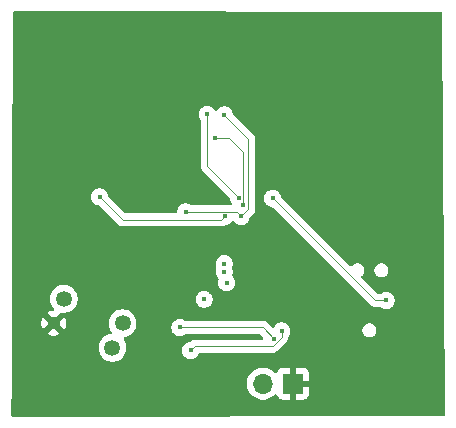
<source format=gbr>
%TF.GenerationSoftware,KiCad,Pcbnew,9.0.0*%
%TF.CreationDate,2025-04-02T00:09:28-04:00*%
%TF.ProjectId,IngestibleCapsule-Board_whole,496e6765-7374-4696-926c-654361707375,rev?*%
%TF.SameCoordinates,Original*%
%TF.FileFunction,Copper,L2,Bot*%
%TF.FilePolarity,Positive*%
%FSLAX46Y46*%
G04 Gerber Fmt 4.6, Leading zero omitted, Abs format (unit mm)*
G04 Created by KiCad (PCBNEW 9.0.0) date 2025-04-02 00:09:28*
%MOMM*%
%LPD*%
G01*
G04 APERTURE LIST*
%TA.AperFunction,ComponentPad*%
%ADD10R,1.700000X1.700000*%
%TD*%
%TA.AperFunction,ComponentPad*%
%ADD11O,1.700000X1.700000*%
%TD*%
%TA.AperFunction,ComponentPad*%
%ADD12C,1.350000*%
%TD*%
%TA.AperFunction,ComponentPad*%
%ADD13C,1.100000*%
%TD*%
%TA.AperFunction,ViaPad*%
%ADD14C,0.450000*%
%TD*%
%TA.AperFunction,Conductor*%
%ADD15C,0.100000*%
%TD*%
G04 APERTURE END LIST*
D10*
%TO.P,J2,1,Pin_1*%
%TO.N,GND*%
X72825000Y-99550000D03*
D11*
%TO.P,J2,2,Pin_2*%
%TO.N,+3.3V*%
X70285000Y-99550000D03*
%TD*%
D12*
%TO.P,U2,1,SDA*%
%TO.N,/Processor/I2C_SDA*%
X58392500Y-94450000D03*
%TO.P,U2,2,VDD*%
%TO.N,+3.3V*%
X53407500Y-92385000D03*
D13*
%TO.P,U2,3,GND*%
%TO.N,GND*%
X52552500Y-94450000D03*
D12*
%TO.P,U2,4,SCL*%
%TO.N,/Processor/I2C_SCL*%
X57537500Y-96515000D03*
%TD*%
D14*
%TO.N,+3.3V*%
X67000000Y-90100000D03*
X67200000Y-91000000D03*
X67000000Y-89400000D03*
X65300000Y-92400000D03*
%TO.N,GND*%
X58500000Y-69000000D03*
X64050000Y-90400000D03*
X69300000Y-86350000D03*
X65650000Y-98800000D03*
X73950000Y-91050000D03*
X51300000Y-69000000D03*
X68600000Y-70600000D03*
X71000000Y-91100000D03*
X65893960Y-91760513D03*
X77600000Y-69000000D03*
X72600000Y-91100000D03*
X66589401Y-72729328D03*
X67484915Y-73640735D03*
X65400000Y-70700000D03*
X57600000Y-69000000D03*
X63050000Y-79750000D03*
X78500000Y-69000000D03*
X52200000Y-69000000D03*
X69800000Y-80650000D03*
X72550000Y-86350000D03*
X73950000Y-89500000D03*
X66544428Y-74580707D03*
X71050000Y-88050000D03*
X80000000Y-81500000D03*
X70450000Y-74500000D03*
X68600000Y-69000000D03*
X81100000Y-69000000D03*
X66500000Y-98800000D03*
X50400000Y-69000000D03*
X75800000Y-69000000D03*
X80050000Y-80250000D03*
X69800000Y-83600000D03*
X74900000Y-69000000D03*
X60300000Y-69000000D03*
X59400000Y-69000000D03*
X81650000Y-87950000D03*
X71300000Y-69000000D03*
X63800000Y-69000000D03*
X71850000Y-72000000D03*
X63950000Y-98800000D03*
X74325000Y-96587500D03*
X56700000Y-69000000D03*
X71000000Y-89550000D03*
X61700000Y-77250000D03*
X74037500Y-94950000D03*
X76700000Y-69000000D03*
X66800000Y-93700000D03*
X54000000Y-69000000D03*
X62900000Y-69000000D03*
X72600000Y-89550000D03*
X74000000Y-69000000D03*
X68335843Y-74565716D03*
X64700000Y-69000000D03*
X83800000Y-69000000D03*
X61250000Y-72550000D03*
X84700000Y-69500000D03*
X61600000Y-73800000D03*
X79300000Y-69000000D03*
X65600000Y-69000000D03*
X49800000Y-69400000D03*
X56350000Y-88400000D03*
X82000000Y-69000000D03*
X53100000Y-69000000D03*
X79950000Y-82650000D03*
X69500000Y-69000000D03*
X55800000Y-69000000D03*
X78900000Y-85950000D03*
X56450000Y-86300000D03*
X68425789Y-72729328D03*
X54900000Y-69000000D03*
X80650000Y-91250000D03*
X69350000Y-89550000D03*
X72900000Y-75600000D03*
X73250000Y-74500000D03*
X66300000Y-70700000D03*
X80200000Y-69000000D03*
X72650000Y-88050000D03*
X70950000Y-86350000D03*
X72200000Y-69000000D03*
X62000000Y-69000000D03*
X81750000Y-86800000D03*
X69400000Y-88050000D03*
X73000000Y-77900000D03*
X73100000Y-69000000D03*
X61100000Y-69000000D03*
X69350000Y-91100000D03*
X82900000Y-69000000D03*
X70400000Y-69000000D03*
%TO.N,/Processor/NRST*%
X71100000Y-83850000D03*
X80700000Y-92500000D03*
%TO.N,/Processor/I2C_SCL*%
X64150000Y-96750000D03*
X71880000Y-95100000D03*
%TO.N,/Processor/I2C_SDA*%
X71200000Y-95750000D03*
X63250000Y-94800000D03*
%TO.N,/Processor/RF_CS_OUT*%
X68600000Y-84450000D03*
X66225000Y-78725000D03*
%TO.N,/Memory/MEM_SCK*%
X68437500Y-85400000D03*
X63750000Y-85020000D03*
X67000000Y-76800000D03*
%TO.N,/Memory/MEM_MISO*%
X67025000Y-85400000D03*
X56450000Y-83750000D03*
%TO.N,/Processor/RF_IRQ_IN*%
X65550000Y-76750000D03*
X68225000Y-83800000D03*
%TD*%
D15*
%TO.N,/Processor/NRST*%
X71100000Y-83850000D02*
X79750000Y-92500000D01*
X79750000Y-92500000D02*
X80700000Y-92500000D01*
%TO.N,/Processor/I2C_SCL*%
X71107745Y-96374000D02*
X64526000Y-96374000D01*
X71880000Y-95100000D02*
X71880000Y-95601745D01*
X64526000Y-96374000D02*
X64150000Y-96750000D01*
X71880000Y-95601745D02*
X71107745Y-96374000D01*
%TO.N,/Processor/I2C_SDA*%
X71200000Y-95750000D02*
X70250000Y-94800000D01*
X70250000Y-94800000D02*
X63250000Y-94800000D01*
%TO.N,/Processor/RF_CS_OUT*%
X68600000Y-84450000D02*
X68600000Y-79950000D01*
X68600000Y-79950000D02*
X67375000Y-78725000D01*
X67375000Y-78725000D02*
X66225000Y-78725000D01*
%TO.N,/Memory/MEM_SCK*%
X68437500Y-85400000D02*
X69050000Y-84787500D01*
X68057500Y-85020000D02*
X63750000Y-85020000D01*
X69050000Y-84787500D02*
X69050000Y-78850000D01*
X69050000Y-78850000D02*
X67000000Y-76800000D01*
X68437500Y-85400000D02*
X68057500Y-85020000D01*
%TO.N,/Memory/MEM_MISO*%
X56450000Y-83750000D02*
X58400000Y-85700000D01*
X66725000Y-85700000D02*
X67025000Y-85400000D01*
X58400000Y-85700000D02*
X66725000Y-85700000D01*
%TO.N,/Processor/RF_IRQ_IN*%
X65550000Y-81125000D02*
X68225000Y-83800000D01*
X65550000Y-76750000D02*
X65550000Y-81125000D01*
%TD*%
%TA.AperFunction,Conductor*%
%TO.N,GND*%
G36*
X85349295Y-68094994D02*
G01*
X85416279Y-68114863D01*
X85461888Y-68167793D01*
X85472951Y-68218229D01*
X85682561Y-102175060D01*
X85663290Y-102242219D01*
X85610770Y-102288299D01*
X85558901Y-102299825D01*
X49108049Y-102399146D01*
X49040956Y-102379644D01*
X48995057Y-102326965D01*
X48983712Y-102274768D01*
X48992396Y-99443713D01*
X68934500Y-99443713D01*
X68934500Y-99656286D01*
X68967753Y-99866239D01*
X69033444Y-100068414D01*
X69129951Y-100257820D01*
X69254890Y-100429786D01*
X69405213Y-100580109D01*
X69577179Y-100705048D01*
X69577181Y-100705049D01*
X69577184Y-100705051D01*
X69766588Y-100801557D01*
X69968757Y-100867246D01*
X70178713Y-100900500D01*
X70178714Y-100900500D01*
X70391286Y-100900500D01*
X70391287Y-100900500D01*
X70601243Y-100867246D01*
X70803412Y-100801557D01*
X70992816Y-100705051D01*
X71079478Y-100642088D01*
X71164784Y-100580110D01*
X71164784Y-100580109D01*
X71164792Y-100580104D01*
X71278717Y-100466178D01*
X71340036Y-100432696D01*
X71409728Y-100437680D01*
X71465662Y-100479551D01*
X71482577Y-100510528D01*
X71531646Y-100642088D01*
X71531649Y-100642093D01*
X71617809Y-100757187D01*
X71617812Y-100757190D01*
X71732906Y-100843350D01*
X71732913Y-100843354D01*
X71867620Y-100893596D01*
X71867627Y-100893598D01*
X71927155Y-100899999D01*
X71927172Y-100900000D01*
X72575000Y-100900000D01*
X72575000Y-99983012D01*
X72632007Y-100015925D01*
X72759174Y-100050000D01*
X72890826Y-100050000D01*
X73017993Y-100015925D01*
X73075000Y-99983012D01*
X73075000Y-100900000D01*
X73722828Y-100900000D01*
X73722844Y-100899999D01*
X73782372Y-100893598D01*
X73782379Y-100893596D01*
X73917086Y-100843354D01*
X73917093Y-100843350D01*
X74032187Y-100757190D01*
X74032190Y-100757187D01*
X74118350Y-100642093D01*
X74118354Y-100642086D01*
X74168596Y-100507379D01*
X74168598Y-100507372D01*
X74174999Y-100447844D01*
X74175000Y-100447827D01*
X74175000Y-99800000D01*
X73258012Y-99800000D01*
X73290925Y-99742993D01*
X73325000Y-99615826D01*
X73325000Y-99484174D01*
X73290925Y-99357007D01*
X73258012Y-99300000D01*
X74175000Y-99300000D01*
X74175000Y-98652172D01*
X74174999Y-98652155D01*
X74168598Y-98592627D01*
X74168596Y-98592620D01*
X74118354Y-98457913D01*
X74118350Y-98457906D01*
X74032190Y-98342812D01*
X74032187Y-98342809D01*
X73917093Y-98256649D01*
X73917086Y-98256645D01*
X73782379Y-98206403D01*
X73782372Y-98206401D01*
X73722844Y-98200000D01*
X73075000Y-98200000D01*
X73075000Y-99116988D01*
X73017993Y-99084075D01*
X72890826Y-99050000D01*
X72759174Y-99050000D01*
X72632007Y-99084075D01*
X72575000Y-99116988D01*
X72575000Y-98200000D01*
X71927155Y-98200000D01*
X71867627Y-98206401D01*
X71867620Y-98206403D01*
X71732913Y-98256645D01*
X71732906Y-98256649D01*
X71617812Y-98342809D01*
X71617809Y-98342812D01*
X71531649Y-98457906D01*
X71531646Y-98457912D01*
X71482577Y-98589471D01*
X71440705Y-98645404D01*
X71375241Y-98669821D01*
X71306968Y-98654969D01*
X71278714Y-98633818D01*
X71164786Y-98519890D01*
X70992820Y-98394951D01*
X70803414Y-98298444D01*
X70803413Y-98298443D01*
X70803412Y-98298443D01*
X70601243Y-98232754D01*
X70601241Y-98232753D01*
X70601240Y-98232753D01*
X70439957Y-98207208D01*
X70391287Y-98199500D01*
X70178713Y-98199500D01*
X70130042Y-98207208D01*
X69968760Y-98232753D01*
X69766585Y-98298444D01*
X69577179Y-98394951D01*
X69405213Y-98519890D01*
X69254890Y-98670213D01*
X69129951Y-98842179D01*
X69033444Y-99031585D01*
X68967753Y-99233760D01*
X68934500Y-99443713D01*
X48992396Y-99443713D01*
X49001664Y-96422486D01*
X56362000Y-96422486D01*
X56362000Y-96607513D01*
X56390945Y-96790265D01*
X56448119Y-96966232D01*
X56448120Y-96966235D01*
X56513042Y-97093649D01*
X56532122Y-97131096D01*
X56640879Y-97280787D01*
X56771713Y-97411621D01*
X56921404Y-97520378D01*
X57002263Y-97561577D01*
X57086264Y-97604379D01*
X57086267Y-97604380D01*
X57174250Y-97632967D01*
X57262236Y-97661555D01*
X57444986Y-97690500D01*
X57444987Y-97690500D01*
X57630013Y-97690500D01*
X57630014Y-97690500D01*
X57812764Y-97661555D01*
X57988735Y-97604379D01*
X58153596Y-97520378D01*
X58303287Y-97411621D01*
X58434121Y-97280787D01*
X58542878Y-97131096D01*
X58626879Y-96966235D01*
X58684055Y-96790264D01*
X58713000Y-96607514D01*
X58713000Y-96422486D01*
X58684055Y-96239736D01*
X58626879Y-96063765D01*
X58626879Y-96063764D01*
X58542875Y-95898899D01*
X58477704Y-95809200D01*
X58454223Y-95743394D01*
X58470048Y-95675340D01*
X58520153Y-95626645D01*
X58558622Y-95613841D01*
X58667764Y-95596555D01*
X58843735Y-95539379D01*
X59008596Y-95455378D01*
X59158287Y-95346621D01*
X59289121Y-95215787D01*
X59397878Y-95066096D01*
X59481879Y-94901235D01*
X59491554Y-94871457D01*
X62524499Y-94871457D01*
X62552379Y-95011614D01*
X62552381Y-95011620D01*
X62607069Y-95143650D01*
X62607074Y-95143659D01*
X62686467Y-95262478D01*
X62686470Y-95262482D01*
X62787517Y-95363529D01*
X62787521Y-95363532D01*
X62906340Y-95442925D01*
X62906349Y-95442930D01*
X62908109Y-95443659D01*
X63038380Y-95497619D01*
X63038384Y-95497619D01*
X63038385Y-95497620D01*
X63178542Y-95525500D01*
X63178545Y-95525500D01*
X63321457Y-95525500D01*
X63415751Y-95506742D01*
X63461620Y-95497619D01*
X63593653Y-95442929D01*
X63700707Y-95371398D01*
X63767384Y-95350520D01*
X63769598Y-95350500D01*
X69970613Y-95350500D01*
X70037652Y-95370185D01*
X70058294Y-95386819D01*
X70283294Y-95611819D01*
X70316779Y-95673142D01*
X70311795Y-95742834D01*
X70269923Y-95798767D01*
X70204459Y-95823184D01*
X70195613Y-95823500D01*
X64453525Y-95823500D01*
X64348517Y-95851637D01*
X64313514Y-95861016D01*
X64187986Y-95933488D01*
X64128149Y-95993326D01*
X64066825Y-96026810D01*
X64064660Y-96027261D01*
X63938385Y-96052379D01*
X63938379Y-96052381D01*
X63806349Y-96107069D01*
X63806340Y-96107074D01*
X63687521Y-96186467D01*
X63687517Y-96186470D01*
X63586470Y-96287517D01*
X63586467Y-96287521D01*
X63507074Y-96406340D01*
X63507069Y-96406349D01*
X63452381Y-96538379D01*
X63452379Y-96538385D01*
X63424500Y-96678542D01*
X63424500Y-96678545D01*
X63424500Y-96821455D01*
X63424500Y-96821457D01*
X63424499Y-96821457D01*
X63452379Y-96961614D01*
X63452381Y-96961620D01*
X63507069Y-97093650D01*
X63507074Y-97093659D01*
X63586467Y-97212478D01*
X63586470Y-97212482D01*
X63687517Y-97313529D01*
X63687521Y-97313532D01*
X63806340Y-97392925D01*
X63806346Y-97392928D01*
X63806347Y-97392929D01*
X63938380Y-97447619D01*
X63938384Y-97447619D01*
X63938385Y-97447620D01*
X64078542Y-97475500D01*
X64078545Y-97475500D01*
X64221457Y-97475500D01*
X64315751Y-97456742D01*
X64361620Y-97447619D01*
X64493653Y-97392929D01*
X64612479Y-97313532D01*
X64713532Y-97212479D01*
X64792929Y-97093653D01*
X64831288Y-97001047D01*
X64875129Y-96946644D01*
X64941423Y-96924579D01*
X64945849Y-96924500D01*
X71180217Y-96924500D01*
X71180219Y-96924500D01*
X71180220Y-96924500D01*
X71320230Y-96886984D01*
X71445760Y-96814510D01*
X72320509Y-95939760D01*
X72392984Y-95814230D01*
X72394332Y-95809200D01*
X72403042Y-95776697D01*
X72413091Y-95739187D01*
X72430500Y-95674220D01*
X72430500Y-95619598D01*
X72450185Y-95552559D01*
X72451398Y-95550707D01*
X72522925Y-95443659D01*
X72522925Y-95443658D01*
X72522929Y-95443653D01*
X72577619Y-95311620D01*
X72587394Y-95262478D01*
X72605500Y-95171457D01*
X72605500Y-95028542D01*
X72597361Y-94987626D01*
X72594165Y-94971561D01*
X78691700Y-94971561D01*
X78691700Y-95128439D01*
X78732303Y-95279970D01*
X78810741Y-95415830D01*
X78921670Y-95526759D01*
X79057530Y-95605197D01*
X79209061Y-95645800D01*
X79209064Y-95645800D01*
X79365936Y-95645800D01*
X79365939Y-95645800D01*
X79517470Y-95605197D01*
X79653330Y-95526759D01*
X79764259Y-95415830D01*
X79842697Y-95279970D01*
X79883300Y-95128439D01*
X79883300Y-94971561D01*
X79842697Y-94820030D01*
X79764259Y-94684170D01*
X79653330Y-94573241D01*
X79517470Y-94494803D01*
X79517471Y-94494803D01*
X79479587Y-94484652D01*
X79365939Y-94454200D01*
X79209061Y-94454200D01*
X79095412Y-94484652D01*
X79057529Y-94494803D01*
X78921671Y-94573240D01*
X78921668Y-94573242D01*
X78810742Y-94684168D01*
X78810740Y-94684171D01*
X78732303Y-94820029D01*
X78732303Y-94820030D01*
X78691700Y-94971561D01*
X72594165Y-94971561D01*
X72577620Y-94888385D01*
X72577619Y-94888384D01*
X72577619Y-94888380D01*
X72522929Y-94756347D01*
X72522928Y-94756346D01*
X72522925Y-94756340D01*
X72443532Y-94637521D01*
X72443529Y-94637517D01*
X72342482Y-94536470D01*
X72342478Y-94536467D01*
X72223659Y-94457074D01*
X72223650Y-94457069D01*
X72091620Y-94402381D01*
X72091614Y-94402379D01*
X71951457Y-94374500D01*
X71951455Y-94374500D01*
X71808545Y-94374500D01*
X71808543Y-94374500D01*
X71668385Y-94402379D01*
X71668379Y-94402381D01*
X71536349Y-94457069D01*
X71536340Y-94457074D01*
X71417521Y-94536467D01*
X71417517Y-94536470D01*
X71316470Y-94637517D01*
X71316467Y-94637521D01*
X71237074Y-94756340D01*
X71237069Y-94756349D01*
X71234220Y-94763229D01*
X71190377Y-94817631D01*
X71124082Y-94839694D01*
X71056383Y-94822413D01*
X71031979Y-94803454D01*
X70588016Y-94359491D01*
X70588015Y-94359490D01*
X70462485Y-94287016D01*
X70462486Y-94287016D01*
X70427482Y-94277637D01*
X70322475Y-94249500D01*
X70322472Y-94249500D01*
X63769598Y-94249500D01*
X63702559Y-94229815D01*
X63700707Y-94228602D01*
X63593659Y-94157074D01*
X63593650Y-94157069D01*
X63461620Y-94102381D01*
X63461614Y-94102379D01*
X63321457Y-94074500D01*
X63321455Y-94074500D01*
X63178545Y-94074500D01*
X63178543Y-94074500D01*
X63038385Y-94102379D01*
X63038379Y-94102381D01*
X62906349Y-94157069D01*
X62906340Y-94157074D01*
X62787521Y-94236467D01*
X62787517Y-94236470D01*
X62686470Y-94337517D01*
X62686467Y-94337521D01*
X62607074Y-94456340D01*
X62607069Y-94456349D01*
X62552381Y-94588379D01*
X62552379Y-94588385D01*
X62524500Y-94728542D01*
X62524500Y-94728545D01*
X62524500Y-94871455D01*
X62524500Y-94871457D01*
X62524499Y-94871457D01*
X59491554Y-94871457D01*
X59539055Y-94725264D01*
X59568000Y-94542514D01*
X59568000Y-94357486D01*
X59539055Y-94174736D01*
X59481879Y-93998765D01*
X59481879Y-93998764D01*
X59397877Y-93833903D01*
X59289121Y-93684213D01*
X59158287Y-93553379D01*
X59008596Y-93444622D01*
X59000208Y-93440348D01*
X58843735Y-93360620D01*
X58843732Y-93360619D01*
X58667765Y-93303445D01*
X58576389Y-93288972D01*
X58485014Y-93274500D01*
X58299986Y-93274500D01*
X58255045Y-93281618D01*
X58117234Y-93303445D01*
X57941267Y-93360619D01*
X57941264Y-93360620D01*
X57776403Y-93444622D01*
X57690999Y-93506672D01*
X57626713Y-93553379D01*
X57626711Y-93553381D01*
X57626710Y-93553381D01*
X57495881Y-93684210D01*
X57495881Y-93684211D01*
X57495879Y-93684213D01*
X57449172Y-93748499D01*
X57387122Y-93833903D01*
X57303120Y-93998764D01*
X57303119Y-93998767D01*
X57245945Y-94174734D01*
X57217000Y-94357486D01*
X57217000Y-94542513D01*
X57245945Y-94725265D01*
X57303119Y-94901232D01*
X57303120Y-94901235D01*
X57359362Y-95011614D01*
X57387122Y-95066096D01*
X57452296Y-95155801D01*
X57475776Y-95221605D01*
X57459951Y-95289659D01*
X57409845Y-95338354D01*
X57371377Y-95351158D01*
X57262234Y-95368445D01*
X57086267Y-95425619D01*
X57086264Y-95425620D01*
X56921403Y-95509622D01*
X56864855Y-95550707D01*
X56771713Y-95618379D01*
X56771711Y-95618381D01*
X56771710Y-95618381D01*
X56640881Y-95749210D01*
X56640881Y-95749211D01*
X56640879Y-95749213D01*
X56620911Y-95776697D01*
X56532122Y-95898903D01*
X56448120Y-96063764D01*
X56448119Y-96063767D01*
X56390945Y-96239734D01*
X56362000Y-96422486D01*
X49001664Y-96422486D01*
X49004958Y-95348620D01*
X52007431Y-95348620D01*
X52007432Y-95348621D01*
X52055133Y-95380495D01*
X52055139Y-95380498D01*
X52246225Y-95459649D01*
X52246233Y-95459651D01*
X52449079Y-95499999D01*
X52449083Y-95500000D01*
X52655917Y-95500000D01*
X52655920Y-95499999D01*
X52858766Y-95459651D01*
X52858774Y-95459649D01*
X53049866Y-95380495D01*
X53097566Y-95348621D01*
X53097567Y-95348620D01*
X52552501Y-94803554D01*
X52552500Y-94803554D01*
X52007431Y-95348620D01*
X49004958Y-95348620D01*
X49008032Y-94346579D01*
X51502500Y-94346579D01*
X51502500Y-94553420D01*
X51542848Y-94756266D01*
X51542850Y-94756274D01*
X51622000Y-94947359D01*
X51653877Y-94995067D01*
X51653878Y-94995067D01*
X52198946Y-94450000D01*
X52152868Y-94403922D01*
X52202500Y-94403922D01*
X52202500Y-94496078D01*
X52226352Y-94585095D01*
X52272430Y-94664905D01*
X52337595Y-94730070D01*
X52417405Y-94776148D01*
X52506422Y-94800000D01*
X52598578Y-94800000D01*
X52687595Y-94776148D01*
X52767405Y-94730070D01*
X52832570Y-94664905D01*
X52878648Y-94585095D01*
X52902500Y-94496078D01*
X52902500Y-94449999D01*
X52906054Y-94449999D01*
X52906054Y-94450001D01*
X53451120Y-94995067D01*
X53451121Y-94995066D01*
X53482995Y-94947366D01*
X53562149Y-94756274D01*
X53562151Y-94756266D01*
X53602499Y-94553420D01*
X53602500Y-94553417D01*
X53602500Y-94346583D01*
X53602499Y-94346579D01*
X53562151Y-94143733D01*
X53562149Y-94143725D01*
X53482998Y-93952639D01*
X53482995Y-93952633D01*
X53451121Y-93904932D01*
X53451120Y-93904931D01*
X52906054Y-94449999D01*
X52902500Y-94449999D01*
X52902500Y-94403922D01*
X52878648Y-94314905D01*
X52832570Y-94235095D01*
X52767405Y-94169930D01*
X52687595Y-94123852D01*
X52598578Y-94100000D01*
X52506422Y-94100000D01*
X52417405Y-94123852D01*
X52337595Y-94169930D01*
X52272430Y-94235095D01*
X52226352Y-94314905D01*
X52202500Y-94403922D01*
X52152868Y-94403922D01*
X51653878Y-93904932D01*
X51653877Y-93904932D01*
X51622005Y-93952631D01*
X51622000Y-93952641D01*
X51542850Y-94143725D01*
X51542848Y-94143733D01*
X51502500Y-94346579D01*
X49008032Y-94346579D01*
X49010471Y-93551377D01*
X52007432Y-93551377D01*
X52007432Y-93551378D01*
X52552500Y-94096446D01*
X52552501Y-94096446D01*
X53074744Y-93574200D01*
X53136067Y-93540715D01*
X53181818Y-93539408D01*
X53314986Y-93560500D01*
X53314988Y-93560500D01*
X53500013Y-93560500D01*
X53500014Y-93560500D01*
X53682764Y-93531555D01*
X53858735Y-93474379D01*
X54023596Y-93390378D01*
X54173287Y-93281621D01*
X54304121Y-93150787D01*
X54412878Y-93001096D01*
X54496879Y-92836235D01*
X54554055Y-92660264D01*
X54583000Y-92477514D01*
X54583000Y-92471457D01*
X64574499Y-92471457D01*
X64602379Y-92611614D01*
X64602381Y-92611620D01*
X64657069Y-92743650D01*
X64657074Y-92743659D01*
X64736467Y-92862478D01*
X64736470Y-92862482D01*
X64837517Y-92963529D01*
X64837521Y-92963532D01*
X64956340Y-93042925D01*
X64956346Y-93042928D01*
X64956347Y-93042929D01*
X65088380Y-93097619D01*
X65088384Y-93097619D01*
X65088385Y-93097620D01*
X65228542Y-93125500D01*
X65228545Y-93125500D01*
X65371457Y-93125500D01*
X65465751Y-93106742D01*
X65511620Y-93097619D01*
X65643653Y-93042929D01*
X65762479Y-92963532D01*
X65863532Y-92862479D01*
X65942929Y-92743653D01*
X65997619Y-92611620D01*
X66025500Y-92471455D01*
X66025500Y-92328545D01*
X66025500Y-92328542D01*
X65997620Y-92188385D01*
X65997619Y-92188384D01*
X65997619Y-92188380D01*
X65942929Y-92056347D01*
X65942928Y-92056346D01*
X65942925Y-92056340D01*
X65863532Y-91937521D01*
X65863529Y-91937517D01*
X65762482Y-91836470D01*
X65762478Y-91836467D01*
X65643659Y-91757074D01*
X65643650Y-91757069D01*
X65511620Y-91702381D01*
X65511614Y-91702379D01*
X65371457Y-91674500D01*
X65371455Y-91674500D01*
X65228545Y-91674500D01*
X65228543Y-91674500D01*
X65088385Y-91702379D01*
X65088379Y-91702381D01*
X64956349Y-91757069D01*
X64956340Y-91757074D01*
X64837521Y-91836467D01*
X64837517Y-91836470D01*
X64736470Y-91937517D01*
X64736467Y-91937521D01*
X64657074Y-92056340D01*
X64657069Y-92056349D01*
X64602381Y-92188379D01*
X64602379Y-92188385D01*
X64574500Y-92328542D01*
X64574500Y-92328545D01*
X64574500Y-92471455D01*
X64574500Y-92471457D01*
X64574499Y-92471457D01*
X54583000Y-92471457D01*
X54583000Y-92292486D01*
X54554055Y-92109736D01*
X54500360Y-91944477D01*
X54496880Y-91933767D01*
X54496879Y-91933764D01*
X54412877Y-91768903D01*
X54404283Y-91757074D01*
X54304121Y-91619213D01*
X54173287Y-91488379D01*
X54023596Y-91379622D01*
X53858735Y-91295620D01*
X53858732Y-91295619D01*
X53682765Y-91238445D01*
X53591389Y-91223972D01*
X53500014Y-91209500D01*
X53314986Y-91209500D01*
X53254069Y-91219148D01*
X53132234Y-91238445D01*
X52956267Y-91295619D01*
X52956264Y-91295620D01*
X52791403Y-91379622D01*
X52705999Y-91441672D01*
X52641713Y-91488379D01*
X52641711Y-91488381D01*
X52641710Y-91488381D01*
X52510881Y-91619210D01*
X52510881Y-91619211D01*
X52510879Y-91619213D01*
X52493648Y-91642930D01*
X52402122Y-91768903D01*
X52318120Y-91933764D01*
X52318119Y-91933767D01*
X52260945Y-92109734D01*
X52232000Y-92292486D01*
X52232000Y-92477513D01*
X52260945Y-92660265D01*
X52318119Y-92836232D01*
X52318120Y-92836235D01*
X52382982Y-92963532D01*
X52402122Y-93001096D01*
X52510879Y-93150787D01*
X52510881Y-93150789D01*
X52548411Y-93188319D01*
X52581896Y-93249642D01*
X52576912Y-93319334D01*
X52535040Y-93375267D01*
X52469576Y-93399684D01*
X52460730Y-93400000D01*
X52449079Y-93400000D01*
X52246233Y-93440348D01*
X52246225Y-93440350D01*
X52055141Y-93519500D01*
X52055131Y-93519505D01*
X52007432Y-93551377D01*
X49010471Y-93551377D01*
X49022986Y-89471457D01*
X66274499Y-89471457D01*
X66302379Y-89611614D01*
X66302382Y-89611624D01*
X66340044Y-89702548D01*
X66347513Y-89772017D01*
X66340044Y-89797452D01*
X66302382Y-89888375D01*
X66302379Y-89888385D01*
X66274500Y-90028542D01*
X66274500Y-90028545D01*
X66274500Y-90171455D01*
X66274500Y-90171457D01*
X66274499Y-90171457D01*
X66302379Y-90311614D01*
X66302381Y-90311620D01*
X66357069Y-90443650D01*
X66357074Y-90443659D01*
X66436467Y-90562478D01*
X66436470Y-90562482D01*
X66490652Y-90616663D01*
X66524138Y-90677986D01*
X66519154Y-90747678D01*
X66517534Y-90751796D01*
X66502381Y-90788379D01*
X66502379Y-90788385D01*
X66474500Y-90928542D01*
X66474500Y-90928545D01*
X66474500Y-91071455D01*
X66474500Y-91071457D01*
X66474499Y-91071457D01*
X66502379Y-91211614D01*
X66502381Y-91211620D01*
X66557069Y-91343650D01*
X66557074Y-91343659D01*
X66636467Y-91462478D01*
X66636470Y-91462482D01*
X66737517Y-91563529D01*
X66737521Y-91563532D01*
X66856340Y-91642925D01*
X66856346Y-91642928D01*
X66856347Y-91642929D01*
X66988380Y-91697619D01*
X66988384Y-91697619D01*
X66988385Y-91697620D01*
X67128542Y-91725500D01*
X67128545Y-91725500D01*
X67271457Y-91725500D01*
X67387690Y-91702379D01*
X67411620Y-91697619D01*
X67543653Y-91642929D01*
X67662479Y-91563532D01*
X67763532Y-91462479D01*
X67842929Y-91343653D01*
X67897619Y-91211620D01*
X67925500Y-91071455D01*
X67925500Y-90928545D01*
X67925500Y-90928542D01*
X67897620Y-90788385D01*
X67897619Y-90788384D01*
X67897619Y-90788380D01*
X67842929Y-90656347D01*
X67842928Y-90656346D01*
X67842925Y-90656340D01*
X67763532Y-90537521D01*
X67763529Y-90537517D01*
X67709347Y-90483336D01*
X67675861Y-90422013D01*
X67680845Y-90352321D01*
X67682467Y-90348199D01*
X67687590Y-90335831D01*
X67697619Y-90311620D01*
X67725500Y-90171455D01*
X67725500Y-90028545D01*
X67725500Y-90028542D01*
X67697620Y-89888385D01*
X67697619Y-89888384D01*
X67697619Y-89888380D01*
X67659954Y-89797450D01*
X67652486Y-89727984D01*
X67659955Y-89702548D01*
X67697619Y-89611620D01*
X67706742Y-89565751D01*
X67725500Y-89471457D01*
X67725500Y-89328542D01*
X67697620Y-89188385D01*
X67697619Y-89188384D01*
X67697619Y-89188380D01*
X67642929Y-89056347D01*
X67642928Y-89056346D01*
X67642925Y-89056340D01*
X67563532Y-88937521D01*
X67563529Y-88937517D01*
X67462482Y-88836470D01*
X67462478Y-88836467D01*
X67343659Y-88757074D01*
X67343650Y-88757069D01*
X67211620Y-88702381D01*
X67211614Y-88702379D01*
X67071457Y-88674500D01*
X67071455Y-88674500D01*
X66928545Y-88674500D01*
X66928543Y-88674500D01*
X66788385Y-88702379D01*
X66788379Y-88702381D01*
X66656349Y-88757069D01*
X66656340Y-88757074D01*
X66537521Y-88836467D01*
X66537517Y-88836470D01*
X66436470Y-88937517D01*
X66436467Y-88937521D01*
X66357074Y-89056340D01*
X66357069Y-89056349D01*
X66302381Y-89188379D01*
X66302379Y-89188385D01*
X66274500Y-89328542D01*
X66274500Y-89328545D01*
X66274500Y-89471455D01*
X66274500Y-89471457D01*
X66274499Y-89471457D01*
X49022986Y-89471457D01*
X49040317Y-83821457D01*
X55724499Y-83821457D01*
X55752379Y-83961614D01*
X55752381Y-83961620D01*
X55807069Y-84093650D01*
X55807074Y-84093659D01*
X55886467Y-84212478D01*
X55886470Y-84212482D01*
X55987517Y-84313529D01*
X55987521Y-84313532D01*
X56106340Y-84392925D01*
X56106346Y-84392928D01*
X56106347Y-84392929D01*
X56238380Y-84447619D01*
X56331190Y-84466080D01*
X56364659Y-84472738D01*
X56426570Y-84505123D01*
X56428149Y-84506674D01*
X58061985Y-86140510D01*
X58187515Y-86212984D01*
X58327525Y-86250500D01*
X58327528Y-86250500D01*
X66797472Y-86250500D01*
X66797474Y-86250500D01*
X66797475Y-86250500D01*
X66937485Y-86212984D01*
X67063015Y-86140510D01*
X67063017Y-86140507D01*
X67067371Y-86137994D01*
X67105177Y-86123764D01*
X67236620Y-86097619D01*
X67368653Y-86042929D01*
X67487479Y-85963532D01*
X67588532Y-85862479D01*
X67628148Y-85803190D01*
X67681760Y-85758385D01*
X67751085Y-85749678D01*
X67814113Y-85779832D01*
X67834352Y-85803190D01*
X67873967Y-85862478D01*
X67873970Y-85862482D01*
X67975017Y-85963529D01*
X67975021Y-85963532D01*
X68093840Y-86042925D01*
X68093846Y-86042928D01*
X68093847Y-86042929D01*
X68225880Y-86097619D01*
X68225884Y-86097619D01*
X68225885Y-86097620D01*
X68366042Y-86125500D01*
X68366045Y-86125500D01*
X68508957Y-86125500D01*
X68603251Y-86106742D01*
X68649120Y-86097619D01*
X68781153Y-86042929D01*
X68899979Y-85963532D01*
X69001032Y-85862479D01*
X69080429Y-85743653D01*
X69135119Y-85611620D01*
X69160238Y-85485339D01*
X69192623Y-85423429D01*
X69194118Y-85421906D01*
X69490510Y-85125515D01*
X69562984Y-84999985D01*
X69566911Y-84985331D01*
X69600500Y-84859975D01*
X69600500Y-83921457D01*
X70374499Y-83921457D01*
X70402379Y-84061614D01*
X70402381Y-84061620D01*
X70457069Y-84193650D01*
X70457074Y-84193659D01*
X70536467Y-84312478D01*
X70536470Y-84312482D01*
X70637517Y-84413529D01*
X70637521Y-84413532D01*
X70756340Y-84492925D01*
X70756346Y-84492928D01*
X70756347Y-84492929D01*
X70888380Y-84547619D01*
X70981190Y-84566080D01*
X71014659Y-84572738D01*
X71076570Y-84605123D01*
X71078149Y-84606674D01*
X79411985Y-92940510D01*
X79474262Y-92976465D01*
X79537515Y-93012984D01*
X79677525Y-93050500D01*
X80180402Y-93050500D01*
X80247441Y-93070185D01*
X80249293Y-93071398D01*
X80356340Y-93142925D01*
X80356346Y-93142928D01*
X80356347Y-93142929D01*
X80488380Y-93197619D01*
X80488384Y-93197619D01*
X80488385Y-93197620D01*
X80628542Y-93225500D01*
X80628545Y-93225500D01*
X80771457Y-93225500D01*
X80865751Y-93206742D01*
X80911620Y-93197619D01*
X81043653Y-93142929D01*
X81162479Y-93063532D01*
X81263532Y-92962479D01*
X81342929Y-92843653D01*
X81397619Y-92711620D01*
X81425500Y-92571455D01*
X81425500Y-92428545D01*
X81425500Y-92428542D01*
X81397620Y-92288385D01*
X81397619Y-92288384D01*
X81397619Y-92288380D01*
X81342929Y-92156347D01*
X81342928Y-92156346D01*
X81342925Y-92156340D01*
X81263532Y-92037521D01*
X81263529Y-92037517D01*
X81162482Y-91936470D01*
X81162478Y-91936467D01*
X81043659Y-91857074D01*
X81043650Y-91857069D01*
X80911620Y-91802381D01*
X80911614Y-91802379D01*
X80771457Y-91774500D01*
X80771455Y-91774500D01*
X80628545Y-91774500D01*
X80628543Y-91774500D01*
X80488385Y-91802379D01*
X80488379Y-91802381D01*
X80356349Y-91857069D01*
X80356340Y-91857074D01*
X80249293Y-91928602D01*
X80231246Y-91934252D01*
X80215337Y-91944477D01*
X80184377Y-91948928D01*
X80182616Y-91949480D01*
X80180402Y-91949500D01*
X80029387Y-91949500D01*
X79962348Y-91929815D01*
X79941706Y-91913181D01*
X78643988Y-90615463D01*
X78610503Y-90554140D01*
X78615487Y-90484448D01*
X78643988Y-90440101D01*
X78662076Y-90422013D01*
X78748259Y-90335830D01*
X78826697Y-90199970D01*
X78867300Y-90048439D01*
X78867300Y-89891561D01*
X79707700Y-89891561D01*
X79707700Y-90048439D01*
X79748303Y-90199970D01*
X79826741Y-90335830D01*
X79937670Y-90446759D01*
X80073530Y-90525197D01*
X80225061Y-90565800D01*
X80225064Y-90565800D01*
X80381936Y-90565800D01*
X80381939Y-90565800D01*
X80533470Y-90525197D01*
X80669330Y-90446759D01*
X80780259Y-90335830D01*
X80858697Y-90199970D01*
X80899300Y-90048439D01*
X80899300Y-89891561D01*
X80858697Y-89740030D01*
X80780259Y-89604170D01*
X80669330Y-89493241D01*
X80533470Y-89414803D01*
X80533471Y-89414803D01*
X80495587Y-89404652D01*
X80381939Y-89374200D01*
X80225061Y-89374200D01*
X80111412Y-89404652D01*
X80073529Y-89414803D01*
X79937671Y-89493240D01*
X79937668Y-89493242D01*
X79826742Y-89604168D01*
X79826740Y-89604171D01*
X79748303Y-89740029D01*
X79743931Y-89756347D01*
X79707700Y-89891561D01*
X78867300Y-89891561D01*
X78826697Y-89740030D01*
X78748259Y-89604170D01*
X78637330Y-89493241D01*
X78501470Y-89414803D01*
X78501471Y-89414803D01*
X78463587Y-89404652D01*
X78349939Y-89374200D01*
X78193061Y-89374200D01*
X78079412Y-89404652D01*
X78041529Y-89414803D01*
X77905671Y-89493240D01*
X77905668Y-89493242D01*
X77801399Y-89597512D01*
X77740076Y-89630997D01*
X77670384Y-89626013D01*
X77626037Y-89597512D01*
X71856674Y-83828149D01*
X71823189Y-83766826D01*
X71822738Y-83764659D01*
X71797620Y-83638387D01*
X71797620Y-83638385D01*
X71797619Y-83638380D01*
X71742929Y-83506347D01*
X71742928Y-83506346D01*
X71742925Y-83506340D01*
X71663532Y-83387521D01*
X71663529Y-83387517D01*
X71562482Y-83286470D01*
X71562478Y-83286467D01*
X71443659Y-83207074D01*
X71443650Y-83207069D01*
X71311620Y-83152381D01*
X71311614Y-83152379D01*
X71171457Y-83124500D01*
X71171455Y-83124500D01*
X71028545Y-83124500D01*
X71028543Y-83124500D01*
X70888385Y-83152379D01*
X70888379Y-83152381D01*
X70756349Y-83207069D01*
X70756340Y-83207074D01*
X70637521Y-83286467D01*
X70637517Y-83286470D01*
X70536470Y-83387517D01*
X70536467Y-83387521D01*
X70457074Y-83506340D01*
X70457069Y-83506349D01*
X70402381Y-83638379D01*
X70402379Y-83638385D01*
X70374500Y-83778542D01*
X70374500Y-83778545D01*
X70374500Y-83921455D01*
X70374500Y-83921457D01*
X70374499Y-83921457D01*
X69600500Y-83921457D01*
X69600500Y-78777525D01*
X69562984Y-78637515D01*
X69503945Y-78535256D01*
X69490510Y-78511985D01*
X69490508Y-78511983D01*
X69490507Y-78511981D01*
X69490506Y-78511980D01*
X67756674Y-76778149D01*
X67723189Y-76716826D01*
X67722738Y-76714659D01*
X67697620Y-76588387D01*
X67697619Y-76588380D01*
X67642929Y-76456347D01*
X67642928Y-76456346D01*
X67642925Y-76456340D01*
X67563532Y-76337521D01*
X67563529Y-76337517D01*
X67462482Y-76236470D01*
X67462478Y-76236467D01*
X67343659Y-76157074D01*
X67343650Y-76157069D01*
X67211620Y-76102381D01*
X67211614Y-76102379D01*
X67071457Y-76074500D01*
X67071455Y-76074500D01*
X66928545Y-76074500D01*
X66928543Y-76074500D01*
X66788385Y-76102379D01*
X66788379Y-76102381D01*
X66656349Y-76157069D01*
X66656340Y-76157074D01*
X66537521Y-76236467D01*
X66537517Y-76236470D01*
X66436470Y-76337517D01*
X66436467Y-76337521D01*
X66394806Y-76399871D01*
X66341193Y-76444676D01*
X66271868Y-76453383D01*
X66208841Y-76423228D01*
X66188602Y-76399871D01*
X66113532Y-76287520D01*
X66012482Y-76186470D01*
X66012478Y-76186467D01*
X65893659Y-76107074D01*
X65893650Y-76107069D01*
X65761620Y-76052381D01*
X65761614Y-76052379D01*
X65621457Y-76024500D01*
X65621455Y-76024500D01*
X65478545Y-76024500D01*
X65478543Y-76024500D01*
X65338385Y-76052379D01*
X65338379Y-76052381D01*
X65206349Y-76107069D01*
X65206340Y-76107074D01*
X65087521Y-76186467D01*
X65087517Y-76186470D01*
X64986470Y-76287517D01*
X64986467Y-76287521D01*
X64907074Y-76406340D01*
X64907069Y-76406349D01*
X64852381Y-76538379D01*
X64852379Y-76538385D01*
X64824500Y-76678542D01*
X64824500Y-76678545D01*
X64824500Y-76821455D01*
X64824500Y-76821457D01*
X64824499Y-76821457D01*
X64852379Y-76961614D01*
X64852381Y-76961620D01*
X64907069Y-77093650D01*
X64907074Y-77093659D01*
X64978602Y-77200707D01*
X64999480Y-77267384D01*
X64999500Y-77269598D01*
X64999500Y-81052526D01*
X64999500Y-81197474D01*
X65037016Y-81337485D01*
X65109489Y-81463013D01*
X65109491Y-81463016D01*
X67468325Y-83821850D01*
X67501810Y-83883173D01*
X67502261Y-83885339D01*
X67527379Y-84011614D01*
X67527381Y-84011620D01*
X67582069Y-84143650D01*
X67582074Y-84143659D01*
X67661466Y-84262477D01*
X67665045Y-84266838D01*
X67692356Y-84331149D01*
X67680562Y-84400016D01*
X67633409Y-84451575D01*
X67569189Y-84469500D01*
X64269598Y-84469500D01*
X64202559Y-84449815D01*
X64200707Y-84448602D01*
X64093659Y-84377074D01*
X64093650Y-84377069D01*
X63961620Y-84322381D01*
X63961614Y-84322379D01*
X63821457Y-84294500D01*
X63821455Y-84294500D01*
X63678545Y-84294500D01*
X63678543Y-84294500D01*
X63538385Y-84322379D01*
X63538379Y-84322381D01*
X63406349Y-84377069D01*
X63406340Y-84377074D01*
X63287521Y-84456467D01*
X63287517Y-84456470D01*
X63186470Y-84557517D01*
X63186467Y-84557521D01*
X63107074Y-84676340D01*
X63107069Y-84676349D01*
X63052381Y-84808379D01*
X63052379Y-84808385D01*
X63024500Y-84948542D01*
X63024500Y-85025500D01*
X63004815Y-85092539D01*
X62952011Y-85138294D01*
X62900500Y-85149500D01*
X58679387Y-85149500D01*
X58612348Y-85129815D01*
X58591706Y-85113181D01*
X57206674Y-83728149D01*
X57173189Y-83666826D01*
X57172738Y-83664659D01*
X57147620Y-83538387D01*
X57147620Y-83538385D01*
X57147619Y-83538380D01*
X57092929Y-83406347D01*
X57092928Y-83406346D01*
X57092925Y-83406340D01*
X57013532Y-83287521D01*
X57013529Y-83287517D01*
X56912482Y-83186470D01*
X56912478Y-83186467D01*
X56793659Y-83107074D01*
X56793650Y-83107069D01*
X56661620Y-83052381D01*
X56661614Y-83052379D01*
X56521457Y-83024500D01*
X56521455Y-83024500D01*
X56378545Y-83024500D01*
X56378543Y-83024500D01*
X56238385Y-83052379D01*
X56238379Y-83052381D01*
X56106349Y-83107069D01*
X56106340Y-83107074D01*
X55987521Y-83186467D01*
X55987517Y-83186470D01*
X55886470Y-83287517D01*
X55886467Y-83287521D01*
X55807074Y-83406340D01*
X55807069Y-83406349D01*
X55752381Y-83538379D01*
X55752379Y-83538385D01*
X55724500Y-83678542D01*
X55724500Y-83678545D01*
X55724500Y-83821455D01*
X55724500Y-83821457D01*
X55724499Y-83821457D01*
X49040317Y-83821457D01*
X49088483Y-68119335D01*
X49108373Y-68052359D01*
X49161317Y-68006766D01*
X49212820Y-67995718D01*
X85349295Y-68094994D01*
G37*
%TD.AperFunction*%
%TD*%
M02*

</source>
